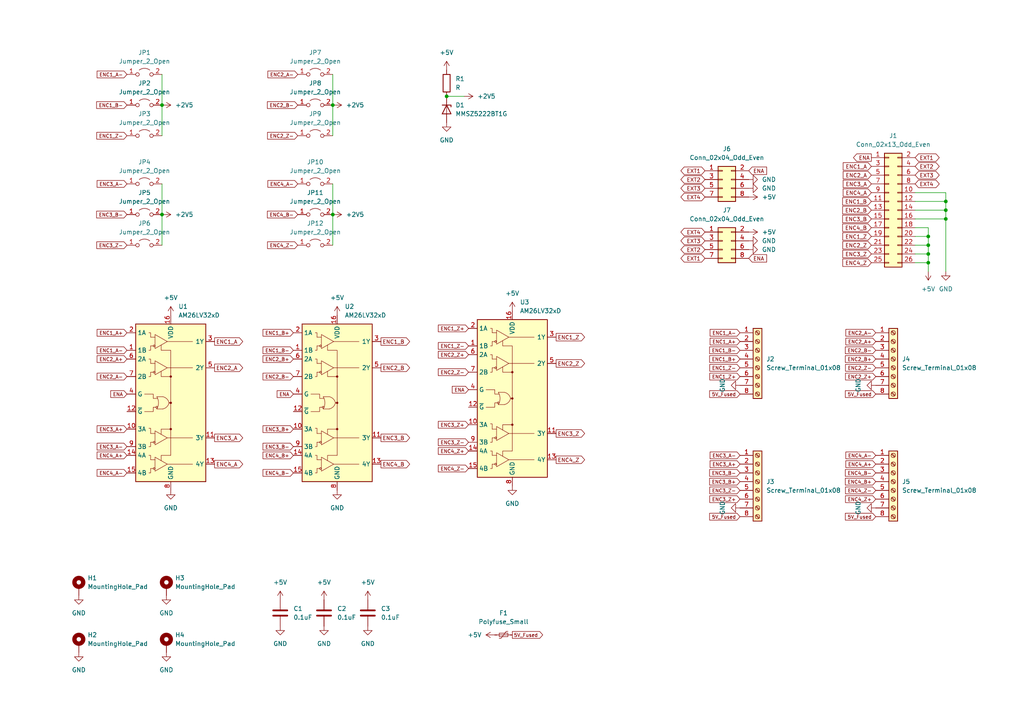
<source format=kicad_sch>
(kicad_sch (version 20230121) (generator eeschema)
  (paper "A4")
  (lib_symbols
    (symbol "Connector:Screw_Terminal_01x08" (pin_names (offset 1.016) hide)
      (property "Reference" "J" (at 0 10.16 0))
      (property "Value" "Screw_Terminal_01x08" (at 0 -12.7 0))
      (symbol "Screw_Terminal_01x08_1_1"
        (rectangle (start -1.27 8.89) (end 1.27 -11.43) (stroke (width 0.254)) (fill (type background)))
        (circle (center 0 -10.16) (radius 0.635) (stroke (width 0.1524)))
        (circle (center 0 -7.62) (radius 0.635) (stroke (width 0.1524)))
        (circle (center 0 -5.08) (radius 0.635) (stroke (width 0.1524)))
        (circle (center 0 -2.54) (radius 0.635) (stroke (width 0.1524)))
        (polyline (pts (xy -0.5334 -9.8298) (xy 0.3302 -10.668)) (stroke (width 0.1524)))
        (polyline (pts (xy -0.5334 -7.2898) (xy 0.3302 -8.128)) (stroke (width 0.1524)))
        (polyline (pts (xy -0.5334 -4.7498) (xy 0.3302 -5.588)) (stroke (width 0.1524)))
        (polyline (pts (xy -0.5334 -2.2098) (xy 0.3302 -3.048)) (stroke (width 0.1524)))
        (polyline (pts (xy -0.5334 0.3302) (xy 0.3302 -0.508)) (stroke (width 0.1524)))
        (polyline (pts (xy -0.5334 2.8702) (xy 0.3302 2.032)) (stroke (width 0.1524)))
        (polyline (pts (xy -0.5334 5.4102) (xy 0.3302 4.572)) (stroke (width 0.1524)))
        (polyline (pts (xy -0.5334 7.9502) (xy 0.3302 7.112)) (stroke (width 0.1524)))
        (polyline (pts (xy -0.3556 -9.652) (xy 0.508 -10.4902)) (stroke (width 0.1524)))
        (polyline (pts (xy -0.3556 -7.112) (xy 0.508 -7.9502)) (stroke (width 0.1524)))
        (polyline (pts (xy -0.3556 -4.572) (xy 0.508 -5.4102)) (stroke (width 0.1524)))
        (polyline (pts (xy -0.3556 -2.032) (xy 0.508 -2.8702)) (stroke (width 0.1524)))
        (polyline (pts (xy -0.3556 0.508) (xy 0.508 -0.3302)) (stroke (width 0.1524)))
        (polyline (pts (xy -0.3556 3.048) (xy 0.508 2.2098)) (stroke (width 0.1524)))
        (polyline (pts (xy -0.3556 5.588) (xy 0.508 4.7498)) (stroke (width 0.1524)))
        (polyline (pts (xy -0.3556 8.128) (xy 0.508 7.2898)) (stroke (width 0.1524)))
        (circle (center 0 0) (radius 0.635) (stroke (width 0.1524)))
        (circle (center 0 2.54) (radius 0.635) (stroke (width 0.1524)))
        (circle (center 0 5.08) (radius 0.635) (stroke (width 0.1524)))
        (circle (center 0 7.62) (radius 0.635) (stroke (width 0.1524)))
        (pin passive line (at -5.08 7.62 0) (length 3.81) (name "Pin_1") (number "1"))
        (pin passive line (at -5.08 5.08 0) (length 3.81) (name "Pin_2") (number "2"))
        (pin passive line (at -5.08 2.54 0) (length 3.81) (name "Pin_3") (number "3"))
        (pin passive line (at -5.08 0 0) (length 3.81) (name "Pin_4") (number "4"))
        (pin passive line (at -5.08 -2.54 0) (length 3.81) (name "Pin_5") (number "5"))
        (pin passive line (at -5.08 -5.08 0) (length 3.81) (name "Pin_6") (number "6"))
        (pin passive line (at -5.08 -7.62 0) (length 3.81) (name "Pin_7") (number "7"))
        (pin passive line (at -5.08 -10.16 0) (length 3.81) (name "Pin_8") (number "8"))
      )
    )
    (symbol "Connector_Generic:Conn_02x04_Odd_Even" (pin_names (offset 1.016) hide)
      (property "Reference" "J" (at 1.27 5.08 0))
      (property "Value" "Conn_02x04_Odd_Even" (at 1.27 -7.62 0))
      (symbol "Conn_02x04_Odd_Even_1_1"
        (rectangle (start -1.27 -4.953) (end 0 -5.207) (stroke (width 0.1524)))
        (rectangle (start -1.27 -2.413) (end 0 -2.667) (stroke (width 0.1524)))
        (rectangle (start -1.27 0.127) (end 0 -0.127) (stroke (width 0.1524)))
        (rectangle (start -1.27 2.667) (end 0 2.413) (stroke (width 0.1524)))
        (rectangle (start -1.27 3.81) (end 3.81 -6.35) (stroke (width 0.254)) (fill (type background)))
        (rectangle (start 3.81 -4.953) (end 2.54 -5.207) (stroke (width 0.1524)))
        (rectangle (start 3.81 -2.413) (end 2.54 -2.667) (stroke (width 0.1524)))
        (rectangle (start 3.81 0.127) (end 2.54 -0.127) (stroke (width 0.1524)))
        (rectangle (start 3.81 2.667) (end 2.54 2.413) (stroke (width 0.1524)))
        (pin passive line (at -5.08 2.54 0) (length 3.81) (name "Pin_1") (number "1"))
        (pin passive line (at 7.62 2.54 180) (length 3.81) (name "Pin_2") (number "2"))
        (pin passive line (at -5.08 0 0) (length 3.81) (name "Pin_3") (number "3"))
        (pin passive line (at 7.62 0 180) (length 3.81) (name "Pin_4") (number "4"))
        (pin passive line (at -5.08 -2.54 0) (length 3.81) (name "Pin_5") (number "5"))
        (pin passive line (at 7.62 -2.54 180) (length 3.81) (name "Pin_6") (number "6"))
        (pin passive line (at -5.08 -5.08 0) (length 3.81) (name "Pin_7") (number "7"))
        (pin passive line (at 7.62 -5.08 180) (length 3.81) (name "Pin_8") (number "8"))
      )
    )
    (symbol "Connector_Generic:Conn_02x13_Odd_Even" (pin_names (offset 1.016) hide)
      (property "Reference" "J" (at 1.27 17.78 0))
      (property "Value" "Conn_02x13_Odd_Even" (at 1.27 -17.78 0))
      (symbol "Conn_02x13_Odd_Even_1_1"
        (rectangle (start -1.27 -15.113) (end 0 -15.367) (stroke (width 0.1524)))
        (rectangle (start -1.27 -12.573) (end 0 -12.827) (stroke (width 0.1524)))
        (rectangle (start -1.27 -10.033) (end 0 -10.287) (stroke (width 0.1524)))
        (rectangle (start -1.27 -7.493) (end 0 -7.747) (stroke (width 0.1524)))
        (rectangle (start -1.27 -4.953) (end 0 -5.207) (stroke (width 0.1524)))
        (rectangle (start -1.27 -2.413) (end 0 -2.667) (stroke (width 0.1524)))
        (rectangle (start -1.27 0.127) (end 0 -0.127) (stroke (width 0.1524)))
        (rectangle (start -1.27 2.667) (end 0 2.413) (stroke (width 0.1524)))
        (rectangle (start -1.27 5.207) (end 0 4.953) (stroke (width 0.1524)))
        (rectangle (start -1.27 7.747) (end 0 7.493) (stroke (width 0.1524)))
        (rectangle (start -1.27 10.287) (end 0 10.033) (stroke (width 0.1524)))
        (rectangle (start -1.27 12.827) (end 0 12.573) (stroke (width 0.1524)))
        (rectangle (start -1.27 15.367) (end 0 15.113) (stroke (width 0.1524)))
        (rectangle (start -1.27 16.51) (end 3.81 -16.51) (stroke (width 0.254)) (fill (type background)))
        (rectangle (start 3.81 -15.113) (end 2.54 -15.367) (stroke (width 0.1524)))
        (rectangle (start 3.81 -12.573) (end 2.54 -12.827) (stroke (width 0.1524)))
        (rectangle (start 3.81 -10.033) (end 2.54 -10.287) (stroke (width 0.1524)))
        (rectangle (start 3.81 -7.493) (end 2.54 -7.747) (stroke (width 0.1524)))
        (rectangle (start 3.81 -4.953) (end 2.54 -5.207) (stroke (width 0.1524)))
        (rectangle (start 3.81 -2.413) (end 2.54 -2.667) (stroke (width 0.1524)))
        (rectangle (start 3.81 0.127) (end 2.54 -0.127) (stroke (width 0.1524)))
        (rectangle (start 3.81 2.667) (end 2.54 2.413) (stroke (width 0.1524)))
        (rectangle (start 3.81 5.207) (end 2.54 4.953) (stroke (width 0.1524)))
        (rectangle (start 3.81 7.747) (end 2.54 7.493) (stroke (width 0.1524)))
        (rectangle (start 3.81 10.287) (end 2.54 10.033) (stroke (width 0.1524)))
        (rectangle (start 3.81 12.827) (end 2.54 12.573) (stroke (width 0.1524)))
        (rectangle (start 3.81 15.367) (end 2.54 15.113) (stroke (width 0.1524)))
        (pin passive line (at -5.08 15.24 0) (length 3.81) (name "Pin_1") (number "1"))
        (pin passive line (at 7.62 5.08 180) (length 3.81) (name "Pin_10") (number "10"))
        (pin passive line (at -5.08 2.54 0) (length 3.81) (name "Pin_11") (number "11"))
        (pin passive line (at 7.62 2.54 180) (length 3.81) (name "Pin_12") (number "12"))
        (pin passive line (at -5.08 0 0) (length 3.81) (name "Pin_13") (number "13"))
        (pin passive line (at 7.62 0 180) (length 3.81) (name "Pin_14") (number "14"))
        (pin passive line (at -5.08 -2.54 0) (length 3.81) (name "Pin_15") (number "15"))
        (pin passive line (at 7.62 -2.54 180) (length 3.81) (name "Pin_16") (number "16"))
        (pin passive line (at -5.08 -5.08 0) (length 3.81) (name "Pin_17") (number "17"))
        (pin passive line (at 7.62 -5.08 180) (length 3.81) (name "Pin_18") (number "18"))
        (pin passive line (at -5.08 -7.62 0) (length 3.81) (name "Pin_19") (number "19"))
        (pin passive line (at 7.62 15.24 180) (length 3.81) (name "Pin_2") (number "2"))
        (pin passive line (at 7.62 -7.62 180) (length 3.81) (name "Pin_20") (number "20"))
        (pin passive line (at -5.08 -10.16 0) (length 3.81) (name "Pin_21") (number "21"))
        (pin passive line (at 7.62 -10.16 180) (length 3.81) (name "Pin_22") (number "22"))
        (pin passive line (at -5.08 -12.7 0) (length 3.81) (name "Pin_23") (number "23"))
        (pin passive line (at 7.62 -12.7 180) (length 3.81) (name "Pin_24") (number "24"))
        (pin passive line (at -5.08 -15.24 0) (length 3.81) (name "Pin_25") (number "25"))
        (pin passive line (at 7.62 -15.24 180) (length 3.81) (name "Pin_26") (number "26"))
        (pin passive line (at -5.08 12.7 0) (length 3.81) (name "Pin_3") (number "3"))
        (pin passive line (at 7.62 12.7 180) (length 3.81) (name "Pin_4") (number "4"))
        (pin passive line (at -5.08 10.16 0) (length 3.81) (name "Pin_5") (number "5"))
        (pin passive line (at 7.62 10.16 180) (length 3.81) (name "Pin_6") (number "6"))
        (pin passive line (at -5.08 7.62 0) (length 3.81) (name "Pin_7") (number "7"))
        (pin passive line (at 7.62 7.62 180) (length 3.81) (name "Pin_8") (number "8"))
        (pin passive line (at -5.08 5.08 0) (length 3.81) (name "Pin_9") (number "9"))
      )
    )
    (symbol "Device:C" (pin_numbers hide) (pin_names (offset 0.254))
      (property "Reference" "C" (at 0.635 2.54 0))
      (property "Value" "C" (at 0.635 -2.54 0))
      (symbol "C_0_1"
        (polyline (pts (xy -2.032 -0.762) (xy 2.032 -0.762)) (stroke (width 0.508)))
        (polyline (pts (xy -2.032 0.762) (xy 2.032 0.762)) (stroke (width 0.508)))
      )
      (symbol "C_1_1"
        (pin passive line (at 0 3.81 270) (length 2.794) (name "~") (number "1"))
        (pin passive line (at 0 -3.81 90) (length 2.794) (name "~") (number "2"))
      )
    )
    (symbol "Device:D_Zener" (pin_numbers hide) (pin_names (offset 1.016) hide)
      (property "Reference" "D" (at 0 2.54 0))
      (property "Value" "D_Zener" (at 0 -2.54 0))
      (symbol "D_Zener_0_1"
        (polyline (pts (xy 1.27 0) (xy -1.27 0)))
        (polyline (pts (xy -1.27 -1.27) (xy -1.27 1.27) (xy -0.762 1.27)) (stroke (width 0.254)))
        (polyline (pts (xy 1.27 -1.27) (xy 1.27 1.27) (xy -1.27 0) (xy 1.27 -1.27)) (stroke (width 0.254)))
      )
      (symbol "D_Zener_1_1"
        (pin passive line (at -3.81 0 0) (length 2.54) (name "K") (number "1"))
        (pin passive line (at 3.81 0 180) (length 2.54) (name "A") (number "2"))
      )
    )
    (symbol "Device:Polyfuse_Small" (pin_numbers hide) (pin_names (offset 0))
      (property "Reference" "F" (at -1.905 0 90))
      (property "Value" "Polyfuse_Small" (at 1.905 0 90))
      (symbol "Polyfuse_Small_0_1"
        (rectangle (start -0.508 1.27) (end 0.508 -1.27))
        (polyline (pts (xy 0 2.54) (xy 0 -2.54)))
        (polyline (pts (xy -1.016 1.27) (xy -1.016 0.762) (xy 1.016 -0.762) (xy 1.016 -1.27)))
      )
      (symbol "Polyfuse_Small_1_1"
        (pin passive line (at 0 2.54 270) (length 0.635) (name "~") (number "1"))
        (pin passive line (at 0 -2.54 90) (length 0.635) (name "~") (number "2"))
      )
    )
    (symbol "Device:R" (pin_numbers hide) (pin_names (offset 0))
      (property "Reference" "R" (at 2.032 0 90))
      (property "Value" "R" (at 0 0 90))
      (symbol "R_0_1"
        (rectangle (start -1.016 -2.54) (end 1.016 2.54) (stroke (width 0.254)))
      )
      (symbol "R_1_1"
        (pin passive line (at 0 3.81 270) (length 1.27) (name "~") (number "1"))
        (pin passive line (at 0 -3.81 90) (length 1.27) (name "~") (number "2"))
      )
    )
    (symbol "Interface:AM26LV32xD"
      (property "Reference" "U" (at -8.89 24.13 0))
      (property "Value" "AM26LV32xD" (at 10.16 24.13 0))
      (symbol "AM26LV32xD_0_1"
        (rectangle (start -10.16 22.86) (end 10.16 -22.86) (stroke (width 0.254)) (fill (type background)))
        (circle (center -4.826 16.51) (radius 0.254))
        (arc (start -4.064 -1.778) (mid -3.5541 0) (end -4.064 1.778) (stroke (width 0.127)))
        (circle (center -4.064 -1.27) (radius 0.254))
        (arc (start -2.286 -1.778) (mid -1.1381 -1.1479) (end -0.508 0) (stroke (width 0.127)))
        (arc (start -0.508 0) (mid -1.1381 1.1479) (end -2.286 1.778) (stroke (width 0.127)))
        (circle (center 0 -7.62) (radius 0.254) (fill (type outline)))
        (polyline (pts (xy -5.842 16.51) (xy -5.08 16.51)) (stroke (width 0.127)))
        (polyline (pts (xy -5.842 19.05) (xy -4.572 19.05)) (stroke (width 0.127)))
        (polyline (pts (xy -4.064 -1.778) (xy -2.286 -1.778)) (stroke (width 0.127)))
        (polyline (pts (xy -2.286 1.778) (xy -4.064 1.778)) (stroke (width 0.127)))
        (polyline (pts (xy -1.016 -17.78) (xy 6.35 -17.78)) (stroke (width 0.127)))
        (polyline (pts (xy -1.016 -10.16) (xy 6.35 -10.16)) (stroke (width 0.127)))
        (polyline (pts (xy -1.016 10.16) (xy 6.35 10.16)) (stroke (width 0.127)))
        (polyline (pts (xy -1.016 17.78) (xy 6.35 17.78)) (stroke (width 0.127)))
        (polyline (pts (xy -0.508 0) (xy 0 0)))
        (polyline (pts (xy 0 0) (xy 0 -15.24)) (stroke (width 0.127)))
        (polyline (pts (xy 0 7.62) (xy 0 0)) (stroke (width 0.127)))
        (polyline (pts (xy -5.842 -19.05) (xy -5.842 -20.32) (xy -6.35 -20.32)) (stroke (width 0.127)))
        (polyline (pts (xy -5.842 -16.51) (xy -5.842 -15.24) (xy -6.35 -15.24)) (stroke (width 0.127)))
        (polyline (pts (xy -5.842 -11.43) (xy -5.842 -12.7) (xy -6.35 -12.7)) (stroke (width 0.127)))
        (polyline (pts (xy -5.842 -8.89) (xy -5.842 -7.366) (xy -6.35 -7.366)) (stroke (width 0.127)))
        (polyline (pts (xy -5.842 8.89) (xy -5.842 7.62) (xy -6.35 7.62)) (stroke (width 0.127)))
        (polyline (pts (xy -5.842 11.43) (xy -5.842 12.7) (xy -6.35 12.7)) (stroke (width 0.127)))
        (polyline (pts (xy -5.842 19.05) (xy -5.842 20.32) (xy -6.35 20.32)) (stroke (width 0.127)))
        (polyline (pts (xy 0 -15.24) (xy -2.794 -15.24) (xy -2.794 -16.764)) (stroke (width 0.127)))
        (polyline (pts (xy 0 -7.62) (xy -2.794 -7.62) (xy -2.794 -9.144)) (stroke (width 0.127)))
        (polyline (pts (xy 0 7.62) (xy -2.794 7.62) (xy -2.794 9.144)) (stroke (width 0.127)))
        (polyline (pts (xy -7.62 2.54) (xy -5.08 2.54) (xy -5.08 1.27) (xy -3.81 1.27)) (stroke (width 0.127)))
        (polyline (pts (xy -5.842 16.51) (xy -5.842 15.24) (xy -6.096 15.24) (xy -6.35 15.24)) (stroke (width 0.127)))
        (polyline (pts (xy -4.572 19.812) (xy -4.572 15.748) (xy -1.016 17.78) (xy -4.572 19.812)) (stroke (width 0.127)))
        (polyline (pts (xy -4.318 -1.27) (xy -5.08 -1.27) (xy -5.08 -2.54) (xy -7.62 -2.54)) (stroke (width 0.127)))
        (polyline (pts (xy 0 7.62) (xy 0 15.24) (xy -2.794 15.24) (xy -2.794 16.764)) (stroke (width 0.127)))
        (circle (center 0 0) (radius 0.254) (fill (type outline)))
        (circle (center 0 7.62) (radius 0.254) (fill (type outline)))
      )
      (symbol "AM26LV32xD_1_1"
        (circle (center -4.826 -19.05) (radius 0.254))
        (circle (center -4.826 -11.43) (radius 0.254))
        (circle (center -4.826 8.89) (radius 0.254))
        (polyline (pts (xy -5.842 -19.05) (xy -5.08 -19.05)) (stroke (width 0.127)))
        (polyline (pts (xy -5.842 -16.51) (xy -4.572 -16.51)) (stroke (width 0.127)))
        (polyline (pts (xy -5.842 -11.43) (xy -5.08 -11.43)) (stroke (width 0.127)))
        (polyline (pts (xy -5.842 -8.89) (xy -4.572 -8.89)) (stroke (width 0.127)))
        (polyline (pts (xy -5.842 8.89) (xy -5.08 8.89)) (stroke (width 0.127)))
        (polyline (pts (xy -5.842 11.43) (xy -4.572 11.43)) (stroke (width 0.127)))
        (polyline (pts (xy -4.572 -15.748) (xy -4.572 -19.812) (xy -1.016 -17.78) (xy -4.572 -15.748)) (stroke (width 0.127)))
        (polyline (pts (xy -4.572 -8.128) (xy -4.572 -12.192) (xy -1.016 -10.16) (xy -4.572 -8.128)) (stroke (width 0.127)))
        (polyline (pts (xy -4.572 12.192) (xy -4.572 8.128) (xy -1.016 10.16) (xy -4.572 12.192)) (stroke (width 0.127)))
        (pin input line (at -12.7 15.24 0) (length 2.54) (name "1B") (number "1"))
        (pin input line (at -12.7 -7.62 0) (length 2.54) (name "3A") (number "10"))
        (pin tri_state line (at 12.7 -10.16 180) (length 2.54) (name "3Y") (number "11"))
        (pin input line (at -12.7 -2.54 0) (length 2.54) (name "~{G}") (number "12"))
        (pin tri_state line (at 12.7 -17.78 180) (length 2.54) (name "4Y") (number "13"))
        (pin input line (at -12.7 -15.24 0) (length 2.54) (name "4A") (number "14"))
        (pin input line (at -12.7 -20.32 0) (length 2.54) (name "4B") (number "15"))
        (pin power_in line (at 0 25.4 270) (length 2.54) (name "VDD") (number "16"))
        (pin input line (at -12.7 20.32 0) (length 2.54) (name "1A") (number "2"))
        (pin tri_state line (at 12.7 17.78 180) (length 2.54) (name "1Y") (number "3"))
        (pin input line (at -12.7 2.54 0) (length 2.54) (name "G") (number "4"))
        (pin tri_state line (at 12.7 10.16 180) (length 2.54) (name "2Y") (number "5"))
        (pin input line (at -12.7 12.7 0) (length 2.54) (name "2A") (number "6"))
        (pin input line (at -12.7 7.62 0) (length 2.54) (name "2B") (number "7"))
        (pin power_in line (at 0 -25.4 90) (length 2.54) (name "GND") (number "8"))
        (pin input line (at -12.7 -12.7 0) (length 2.54) (name "3B") (number "9"))
      )
    )
    (symbol "Jumper:Jumper_2_Open" (pin_names (offset 0) hide)
      (property "Reference" "JP" (at 0 2.794 0))
      (property "Value" "Jumper_2_Open" (at 0 -2.286 0))
      (symbol "Jumper_2_Open_0_0"
        (circle (center -2.032 0) (radius 0.508))
        (circle (center 2.032 0) (radius 0.508))
      )
      (symbol "Jumper_2_Open_0_1"
        (arc (start 1.524 1.27) (mid 0 1.778) (end -1.524 1.27))
      )
      (symbol "Jumper_2_Open_1_1"
        (pin passive line (at -5.08 0 0) (length 2.54) (name "A") (number "1"))
        (pin passive line (at 5.08 0 180) (length 2.54) (name "B") (number "2"))
      )
    )
    (symbol "Mechanical:MountingHole_Pad" (pin_numbers hide) (pin_names (offset 1.016) hide)
      (property "Reference" "H" (at 0 6.35 0))
      (property "Value" "MountingHole_Pad" (at 0 4.445 0))
      (symbol "MountingHole_Pad_0_1"
        (circle (center 0 1.27) (radius 1.27) (stroke (width 1.27)))
      )
      (symbol "MountingHole_Pad_1_1"
        (pin input line (at 0 -2.54 90) (length 2.54) (name "1") (number "1"))
      )
    )
    (symbol "power:+2V5" (power) (pin_names (offset 0))
      (property "Value" "+2V5" (at 0 3.556 0))
      (symbol "+2V5_0_1"
        (polyline (pts (xy -0.762 1.27) (xy 0 2.54)))
        (polyline (pts (xy 0 0) (xy 0 2.54)))
        (polyline (pts (xy 0 2.54) (xy 0.762 1.27)))
      )
      (symbol "+2V5_1_1"
        (pin power_in line (at 0 0 90) (length 0) hide (name "+2V5") (number "1"))
      )
    )
    (symbol "power:+5V" (power) (pin_names (offset 0))
      (property "Value" "+5V" (at 0 3.556 0))
      (symbol "+5V_0_1"
        (polyline (pts (xy -0.762 1.27) (xy 0 2.54)))
        (polyline (pts (xy 0 0) (xy 0 2.54)))
        (polyline (pts (xy 0 2.54) (xy 0.762 1.27)))
      )
      (symbol "+5V_1_1"
        (pin power_in line (at 0 0 90) (length 0) hide (name "+5V") (number "1"))
      )
    )
    (symbol "power:GND" (power) (pin_names (offset 0))
      (property "Value" "GND" (at 0 -3.81 0))
      (symbol "GND_0_1"
        (polyline (pts (xy 0 0) (xy 0 -1.27) (xy 1.27 -1.27) (xy 0 -2.54) (xy -1.27 -1.27) (xy 0 -1.27)))
      )
      (symbol "GND_1_1"
        (pin power_in line (at 0 0 270) (length 0) hide (name "GND") (number "1"))
      )
    )
  )
  (junction (at 96.52 62.23))
  (junction (at 269.24 73.66))
  (junction (at 269.24 71.12))
  (junction (at 96.52 30.48))
  (junction (at 269.24 68.58))
  (junction (at 129.54 27.94))
  (junction (at 274.32 63.5))
  (junction (at 274.32 58.42))
  (junction (at 274.32 60.96))
  (junction (at 46.99 62.23))
  (junction (at 46.99 30.48))
  (junction (at 269.24 76.2))
  (wire (pts (xy 265.43 58.42) (xy 274.32 58.42)))
  (wire (pts (xy 265.43 68.58) (xy 269.24 68.58)))
  (wire (pts (xy 96.52 30.48) (xy 96.52 39.37)))
  (wire (pts (xy 265.43 55.88) (xy 274.32 55.88)))
  (wire (pts (xy 274.32 60.96) (xy 274.32 63.5)))
  (wire (pts (xy 274.32 55.88) (xy 274.32 58.42)))
  (wire (pts (xy 269.24 71.12) (xy 269.24 73.66)))
  (wire (pts (xy 265.43 76.2) (xy 269.24 76.2)))
  (wire (pts (xy 269.24 73.66) (xy 269.24 76.2)))
  (wire (pts (xy 46.99 21.59) (xy 46.99 30.48)))
  (wire (pts (xy 129.54 27.94) (xy 134.62 27.94)))
  (wire (pts (xy 269.24 66.04) (xy 269.24 68.58)))
  (wire (pts (xy 46.99 62.23) (xy 46.99 71.12)))
  (wire (pts (xy 274.32 58.42) (xy 274.32 60.96)))
  (wire (pts (xy 96.52 21.59) (xy 96.52 30.48)))
  (wire (pts (xy 265.43 71.12) (xy 269.24 71.12)))
  (wire (pts (xy 46.99 53.34) (xy 46.99 62.23)))
  (wire (pts (xy 265.43 63.5) (xy 274.32 63.5)))
  (wire (pts (xy 96.52 62.23) (xy 96.52 71.12)))
  (wire (pts (xy 265.43 73.66) (xy 269.24 73.66)))
  (wire (pts (xy 96.52 53.34) (xy 96.52 62.23)))
  (wire (pts (xy 265.43 66.04) (xy 269.24 66.04)))
  (wire (pts (xy 265.43 60.96) (xy 274.32 60.96)))
  (wire (pts (xy 269.24 76.2) (xy 269.24 78.74)))
  (wire (pts (xy 46.99 30.48) (xy 46.99 39.37)))
  (wire (pts (xy 274.32 63.5) (xy 274.32 78.74)))
  (wire (pts (xy 269.24 68.58) (xy 269.24 71.12)))
  (global_label "ENC2_A+" (shape input) (at 254 99.06 180) (effects (font (size 1 1))) (property "Intersheetrefs" "${INTERSHEET_REFS}" (effects hide)))
  (global_label "ENC3_Z+" (shape input) (at 135.89 123.19 180) (effects (font (size 1 1))) (property "Intersheetrefs" "${INTERSHEET_REFS}" (effects hide)))
  (global_label "ENC2_B" (shape output) (at 110.49 106.68 0) (effects (font (size 1.1 1.1))) (property "Intersheetrefs" "${INTERSHEET_REFS}" (effects hide)))
  (global_label "ENC3_A-" (shape input) (at 214.63 132.08 180) (effects (font (size 1 1))) (property "Intersheetrefs" "${INTERSHEET_REFS}" (effects hide)))
  (global_label "5V_Fused" (shape input) (at 214.63 114.3 180) (effects (font (size 1 1))) (property "Intersheetrefs" "${INTERSHEET_REFS}" (effects hide)))
  (global_label "ENC1_Z" (shape input) (at 252.73 68.58 180) (effects (font (size 1.1 1.1))) (property "Intersheetrefs" "${INTERSHEET_REFS}" (effects hide)))
  (global_label "ENC3_B" (shape input) (at 252.73 63.5 180) (effects (font (size 1.1 1.1))) (property "Intersheetrefs" "${INTERSHEET_REFS}" (effects hide)))
  (global_label "ENC4_B+" (shape input) (at 254 139.7 180) (effects (font (size 1 1))) (property "Intersheetrefs" "${INTERSHEET_REFS}" (effects hide)))
  (global_label "ENC2_Z" (shape input) (at 252.73 71.12 180) (effects (font (size 1.1 1.1))) (property "Intersheetrefs" "${INTERSHEET_REFS}" (effects hide)))
  (global_label "ENC2_B-" (shape input) (at 86.36 30.48 180) (effects (font (size 1 1))) (property "Intersheetrefs" "${INTERSHEET_REFS}" (effects hide)))
  (global_label "ENC2_Z" (shape output) (at 161.29 105.41 0) (effects (font (size 1.1 1.1))) (property "Intersheetrefs" "${INTERSHEET_REFS}" (effects hide)))
  (global_label "ENC1_B" (shape output) (at 110.49 99.06 0) (effects (font (size 1.1 1.1))) (property "Intersheetrefs" "${INTERSHEET_REFS}" (effects hide)))
  (global_label "ENC4_Z" (shape output) (at 161.29 133.35 0) (effects (font (size 1.1 1.1))) (property "Intersheetrefs" "${INTERSHEET_REFS}" (effects hide)))
  (global_label "ENC4_Z+" (shape input) (at 254 144.78 180) (effects (font (size 1 1))) (property "Intersheetrefs" "${INTERSHEET_REFS}" (effects hide)))
  (global_label "ENA" (shape input) (at 217.17 74.93 0) (effects (font (size 1.1 1.1))) (property "Intersheetrefs" "${INTERSHEET_REFS}" (effects hide)))
  (global_label "ENC3_A" (shape input) (at 252.73 53.34 180) (effects (font (size 1.1 1.1))) (property "Intersheetrefs" "${INTERSHEET_REFS}" (effects hide)))
  (global_label "ENC4_B+" (shape input) (at 85.09 132.08 180) (effects (font (size 1 1))) (property "Intersheetrefs" "${INTERSHEET_REFS}" (effects hide)))
  (global_label "ENC1_B-" (shape input) (at 214.63 101.6 180) (effects (font (size 1 1))) (property "Intersheetrefs" "${INTERSHEET_REFS}" (effects hide)))
  (global_label "ENC3_A+" (shape input) (at 36.83 124.46 180) (effects (font (size 1 1))) (property "Intersheetrefs" "${INTERSHEET_REFS}" (effects hide)))
  (global_label "ENC3_A-" (shape input) (at 36.83 129.54 180) (effects (font (size 1 1))) (property "Intersheetrefs" "${INTERSHEET_REFS}" (effects hide)))
  (global_label "ENC1_B+" (shape input) (at 85.09 96.52 180) (effects (font (size 1 1))) (property "Intersheetrefs" "${INTERSHEET_REFS}" (effects hide)))
  (global_label "ENC4_B" (shape output) (at 110.49 134.62 0) (effects (font (size 1.1 1.1))) (property "Intersheetrefs" "${INTERSHEET_REFS}" (effects hide)))
  (global_label "ENC1_A-" (shape input) (at 36.83 21.59 180) (effects (font (size 1 1))) (property "Intersheetrefs" "${INTERSHEET_REFS}" (effects hide)))
  (global_label "ENC4_B-" (shape input) (at 254 137.16 180) (effects (font (size 1 1))) (property "Intersheetrefs" "${INTERSHEET_REFS}" (effects hide)))
  (global_label "ENC3_B" (shape output) (at 110.49 127 0) (effects (font (size 1.1 1.1))) (property "Intersheetrefs" "${INTERSHEET_REFS}" (effects hide)))
  (global_label "ENC4_Z-" (shape input) (at 86.36 71.12 180) (effects (font (size 1 1))) (property "Intersheetrefs" "${INTERSHEET_REFS}" (effects hide)))
  (global_label "EXT1" (shape bidirectional) (at 204.47 74.93 180) (effects (font (size 1.1 1.1))) (property "Intersheetrefs" "${INTERSHEET_REFS}" (effects hide)))
  (global_label "ENC2_B+" (shape input) (at 85.09 104.14 180) (effects (font (size 1 1))) (property "Intersheetrefs" "${INTERSHEET_REFS}" (effects hide)))
  (global_label "ENA" (shape input) (at 36.83 114.3 180) (effects (font (size 1 1))) (property "Intersheetrefs" "${INTERSHEET_REFS}" (effects hide)))
  (global_label "ENC3_B-" (shape input) (at 85.09 129.54 180) (effects (font (size 1 1))) (property "Intersheetrefs" "${INTERSHEET_REFS}" (effects hide)))
  (global_label "ENA" (shape input) (at 135.89 113.03 180) (effects (font (size 1 1))) (property "Intersheetrefs" "${INTERSHEET_REFS}" (effects hide)))
  (global_label "ENC1_A-" (shape input) (at 36.83 101.6 180) (effects (font (size 1 1))) (property "Intersheetrefs" "${INTERSHEET_REFS}" (effects hide)))
  (global_label "EXT1" (shape bidirectional) (at 204.47 49.53 180) (effects (font (size 1.1 1.1))) (property "Intersheetrefs" "${INTERSHEET_REFS}" (effects hide)))
  (global_label "ENC2_B-" (shape input) (at 85.09 109.22 180) (effects (font (size 1 1))) (property "Intersheetrefs" "${INTERSHEET_REFS}" (effects hide)))
  (global_label "ENC1_Z" (shape output) (at 161.29 97.79 0) (effects (font (size 1.1 1.1))) (property "Intersheetrefs" "${INTERSHEET_REFS}" (effects hide)))
  (global_label "ENC3_B-" (shape input) (at 214.63 137.16 180) (effects (font (size 1 1))) (property "Intersheetrefs" "${INTERSHEET_REFS}" (effects hide)))
  (global_label "ENC4_Z+" (shape input) (at 135.89 130.81 180) (effects (font (size 1 1))) (property "Intersheetrefs" "${INTERSHEET_REFS}" (effects hide)))
  (global_label "ENC2_A-" (shape input) (at 36.83 109.22 180) (effects (font (size 1 1))) (property "Intersheetrefs" "${INTERSHEET_REFS}" (effects hide)))
  (global_label "ENC3_Z-" (shape input) (at 214.63 142.24 180) (effects (font (size 1 1))) (property "Intersheetrefs" "${INTERSHEET_REFS}" (effects hide)))
  (global_label "ENC1_Z-" (shape input) (at 214.63 106.68 180) (effects (font (size 1 1))) (property "Intersheetrefs" "${INTERSHEET_REFS}" (effects hide)))
  (global_label "ENC1_B-" (shape input) (at 85.09 101.6 180) (effects (font (size 1 1))) (property "Intersheetrefs" "${INTERSHEET_REFS}" (effects hide)))
  (global_label "ENC1_Z-" (shape input) (at 135.89 100.33 180) (effects (font (size 1 1))) (property "Intersheetrefs" "${INTERSHEET_REFS}" (effects hide)))
  (global_label "5V_Fused" (shape output) (at 148.59 184.15 0) (effects (font (size 1 1))) (property "Intersheetrefs" "${INTERSHEET_REFS}" (effects hide)))
  (global_label "ENC4_A+" (shape input) (at 36.83 132.08 180) (effects (font (size 1 1))) (property "Intersheetrefs" "${INTERSHEET_REFS}" (effects hide)))
  (global_label "ENA" (shape output) (at 252.73 45.72 180) (effects (font (size 1.1 1.1))) (property "Intersheetrefs" "${INTERSHEET_REFS}" (effects hide)))
  (global_label "EXT2" (shape bidirectional) (at 265.43 48.26 0) (effects (font (size 1.1 1.1))) (property "Intersheetrefs" "${INTERSHEET_REFS}" (effects hide)))
  (global_label "ENC3_A" (shape output) (at 62.23 127 0) (effects (font (size 1.1 1.1))) (property "Intersheetrefs" "${INTERSHEET_REFS}" (effects hide)))
  (global_label "EXT3" (shape bidirectional) (at 265.43 50.8 0) (effects (font (size 1.1 1.1))) (property "Intersheetrefs" "${INTERSHEET_REFS}" (effects hide)))
  (global_label "EXT2" (shape bidirectional) (at 204.47 52.07 180) (effects (font (size 1.1 1.1))) (property "Intersheetrefs" "${INTERSHEET_REFS}" (effects hide)))
  (global_label "5V_Fused" (shape input) (at 254 114.3 180) (effects (font (size 1 1))) (property "Intersheetrefs" "${INTERSHEET_REFS}" (effects hide)))
  (global_label "EXT2" (shape bidirectional) (at 204.47 72.39 180) (effects (font (size 1.1 1.1))) (property "Intersheetrefs" "${INTERSHEET_REFS}" (effects hide)))
  (global_label "ENC3_B+" (shape input) (at 85.09 124.46 180) (effects (font (size 1 1))) (property "Intersheetrefs" "${INTERSHEET_REFS}" (effects hide)))
  (global_label "EXT3" (shape bidirectional) (at 204.47 69.85 180) (effects (font (size 1.1 1.1))) (property "Intersheetrefs" "${INTERSHEET_REFS}" (effects hide)))
  (global_label "ENC4_A+" (shape input) (at 254 134.62 180) (effects (font (size 1 1))) (property "Intersheetrefs" "${INTERSHEET_REFS}" (effects hide)))
  (global_label "ENC4_A-" (shape input) (at 86.36 53.34 180) (effects (font (size 1 1))) (property "Intersheetrefs" "${INTERSHEET_REFS}" (effects hide)))
  (global_label "ENC1_A+" (shape input) (at 36.83 96.52 180) (effects (font (size 1 1))) (property "Intersheetrefs" "${INTERSHEET_REFS}" (effects hide)))
  (global_label "ENC4_Z-" (shape input) (at 254 142.24 180) (effects (font (size 1 1))) (property "Intersheetrefs" "${INTERSHEET_REFS}" (effects hide)))
  (global_label "ENC3_B+" (shape input) (at 214.63 139.7 180) (effects (font (size 1 1))) (property "Intersheetrefs" "${INTERSHEET_REFS}" (effects hide)))
  (global_label "ENC2_Z+" (shape input) (at 135.89 102.87 180) (effects (font (size 1 1))) (property "Intersheetrefs" "${INTERSHEET_REFS}" (effects hide)))
  (global_label "EXT1" (shape bidirectional) (at 265.43 45.72 0) (effects (font (size 1.1 1.1))) (property "Intersheetrefs" "${INTERSHEET_REFS}" (effects hide)))
  (global_label "EXT3" (shape bidirectional) (at 204.47 54.61 180) (effects (font (size 1.1 1.1))) (property "Intersheetrefs" "${INTERSHEET_REFS}" (effects hide)))
  (global_label "ENC2_Z-" (shape input) (at 135.89 107.95 180) (effects (font (size 1 1))) (property "Intersheetrefs" "${INTERSHEET_REFS}" (effects hide)))
  (global_label "ENC4_A-" (shape input) (at 36.83 137.16 180) (effects (font (size 1 1))) (property "Intersheetrefs" "${INTERSHEET_REFS}" (effects hide)))
  (global_label "ENC3_A+" (shape input) (at 214.63 134.62 180) (effects (font (size 1 1))) (property "Intersheetrefs" "${INTERSHEET_REFS}" (effects hide)))
  (global_label "ENC1_A" (shape input) (at 252.73 48.26 180) (effects (font (size 1.1 1.1))) (property "Intersheetrefs" "${INTERSHEET_REFS}" (effects hide)))
  (global_label "5V_Fused" (shape input) (at 214.63 149.86 180) (effects (font (size 1 1))) (property "Intersheetrefs" "${INTERSHEET_REFS}" (effects hide)))
  (global_label "ENC2_A" (shape input) (at 252.73 50.8 180) (effects (font (size 1.1 1.1))) (property "Intersheetrefs" "${INTERSHEET_REFS}" (effects hide)))
  (global_label "ENC2_Z+" (shape input) (at 254 109.22 180) (effects (font (size 1 1))) (property "Intersheetrefs" "${INTERSHEET_REFS}" (effects hide)))
  (global_label "EXT4" (shape bidirectional) (at 204.47 57.15 180) (effects (font (size 1.1 1.1))) (property "Intersheetrefs" "${INTERSHEET_REFS}" (effects hide)))
  (global_label "ENC4_Z" (shape input) (at 252.73 76.2 180) (effects (font (size 1.1 1.1))) (property "Intersheetrefs" "${INTERSHEET_REFS}" (effects hide)))
  (global_label "ENC3_Z" (shape output) (at 161.29 125.73 0) (effects (font (size 1.1 1.1))) (property "Intersheetrefs" "${INTERSHEET_REFS}" (effects hide)))
  (global_label "ENC2_B" (shape input) (at 252.73 60.96 180) (effects (font (size 1.1 1.1))) (property "Intersheetrefs" "${INTERSHEET_REFS}" (effects hide)))
  (global_label "ENC4_B-" (shape input) (at 85.09 137.16 180) (effects (font (size 1 1))) (property "Intersheetrefs" "${INTERSHEET_REFS}" (effects hide)))
  (global_label "ENC3_Z-" (shape input) (at 36.83 71.12 180) (effects (font (size 1 1))) (property "Intersheetrefs" "${INTERSHEET_REFS}" (effects hide)))
  (global_label "ENA" (shape input) (at 217.17 49.53 0) (effects (font (size 1.1 1.1))) (property "Intersheetrefs" "${INTERSHEET_REFS}" (effects hide)))
  (global_label "ENC4_A" (shape input) (at 252.73 55.88 180) (effects (font (size 1.1 1.1))) (property "Intersheetrefs" "${INTERSHEET_REFS}" (effects hide)))
  (global_label "ENC4_B-" (shape input) (at 86.36 62.23 180) (effects (font (size 1 1))) (property "Intersheetrefs" "${INTERSHEET_REFS}" (effects hide)))
  (global_label "ENC2_A" (shape output) (at 62.23 106.68 0) (effects (font (size 1.1 1.1))) (property "Intersheetrefs" "${INTERSHEET_REFS}" (effects hide)))
  (global_label "ENC4_A-" (shape input) (at 254 132.08 180) (effects (font (size 1 1))) (property "Intersheetrefs" "${INTERSHEET_REFS}" (effects hide)))
  (global_label "ENC3_A-" (shape input) (at 36.83 53.34 180) (effects (font (size 1 1))) (property "Intersheetrefs" "${INTERSHEET_REFS}" (effects hide)))
  (global_label "EXT4" (shape bidirectional) (at 265.43 53.34 0) (effects (font (size 1.1 1.1))) (property "Intersheetrefs" "${INTERSHEET_REFS}" (effects hide)))
  (global_label "ENC2_Z-" (shape input) (at 254 106.68 180) (effects (font (size 1 1))) (property "Intersheetrefs" "${INTERSHEET_REFS}" (effects hide)))
  (global_label "EXT4" (shape bidirectional) (at 204.47 67.31 180) (effects (font (size 1.1 1.1))) (property "Intersheetrefs" "${INTERSHEET_REFS}" (effects hide)))
  (global_label "ENC1_A+" (shape input) (at 214.63 99.06 180) (effects (font (size 1 1))) (property "Intersheetrefs" "${INTERSHEET_REFS}" (effects hide)))
  (global_label "ENC1_A" (shape output) (at 62.23 99.06 0) (effects (font (size 1.1 1.1))) (property "Intersheetrefs" "${INTERSHEET_REFS}" (effects hide)))
  (global_label "ENC2_B-" (shape input) (at 254 101.6 180) (effects (font (size 1 1))) (property "Intersheetrefs" "${INTERSHEET_REFS}" (effects hide)))
  (global_label "5V_Fused" (shape input) (at 254 149.86 180) (effects (font (size 1 1))) (property "Intersheetrefs" "${INTERSHEET_REFS}" (effects hide)))
  (global_label "ENC3_Z" (shape input) (at 252.73 73.66 180) (effects (font (size 1.1 1.1))) (property "Intersheetrefs" "${INTERSHEET_REFS}" (effects hide)))
  (global_label "ENC3_Z+" (shape input) (at 214.63 144.78 180) (effects (font (size 1 1))) (property "Intersheetrefs" "${INTERSHEET_REFS}" (effects hide)))
  (global_label "ENC2_Z-" (shape input) (at 86.36 39.37 180) (effects (font (size 1 1))) (property "Intersheetrefs" "${INTERSHEET_REFS}" (effects hide)))
  (global_label "ENC1_B-" (shape input) (at 36.83 30.48 180) (effects (font (size 1 1))) (property "Intersheetrefs" "${INTERSHEET_REFS}" (effects hide)))
  (global_label "ENA" (shape input) (at 85.09 114.3 180) (effects (font (size 1 1))) (property "Intersheetrefs" "${INTERSHEET_REFS}" (effects hide)))
  (global_label "ENC1_B" (shape input) (at 252.73 58.42 180) (effects (font (size 1.1 1.1))) (property "Intersheetrefs" "${INTERSHEET_REFS}" (effects hide)))
  (global_label "ENC3_Z-" (shape input) (at 135.89 128.27 180) (effects (font (size 1 1))) (property "Intersheetrefs" "${INTERSHEET_REFS}" (effects hide)))
  (global_label "ENC2_A-" (shape input) (at 254 96.52 180) (effects (font (size 1 1))) (property "Intersheetrefs" "${INTERSHEET_REFS}" (effects hide)))
  (global_label "ENC1_Z-" (shape input) (at 36.83 39.37 180) (effects (font (size 1 1))) (property "Intersheetrefs" "${INTERSHEET_REFS}" (effects hide)))
  (global_label "ENC4_Z-" (shape input) (at 135.89 135.89 180) (effects (font (size 1 1))) (property "Intersheetrefs" "${INTERSHEET_REFS}" (effects hide)))
  (global_label "ENC4_B" (shape input) (at 252.73 66.04 180) (effects (font (size 1.1 1.1))) (property "Intersheetrefs" "${INTERSHEET_REFS}" (effects hide)))
  (global_label "ENC1_Z+" (shape input) (at 135.89 95.25 180) (effects (font (size 1 1))) (property "Intersheetrefs" "${INTERSHEET_REFS}" (effects hide)))
  (global_label "ENC1_A-" (shape input) (at 214.63 96.52 180) (effects (font (size 1 1))) (property "Intersheetrefs" "${INTERSHEET_REFS}" (effects hide)))
  (global_label "ENC1_Z+" (shape input) (at 214.63 109.22 180) (effects (font (size 1 1))) (property "Intersheetrefs" "${INTERSHEET_REFS}" (effects hide)))
  (global_label "ENC3_B-" (shape input) (at 36.83 62.23 180) (effects (font (size 1 1))) (property "Intersheetrefs" "${INTERSHEET_REFS}" (effects hide)))
  (global_label "ENC4_A" (shape output) (at 62.23 134.62 0) (effects (font (size 1.1 1.1))) (property "Intersheetrefs" "${INTERSHEET_REFS}" (effects hide)))
  (global_label "ENC2_B+" (shape input) (at 254 104.14 180) (effects (font (size 1 1))) (property "Intersheetrefs" "${INTERSHEET_REFS}" (effects hide)))
  (global_label "ENC2_A-" (shape input) (at 86.36 21.59 180) (effects (font (size 1 1))) (property "Intersheetrefs" "${INTERSHEET_REFS}" (effects hide)))
  (global_label "ENC1_B+" (shape input) (at 214.63 104.14 180) (effects (font (size 1 1))) (property "Intersheetrefs" "${INTERSHEET_REFS}" (effects hide)))
  (global_label "ENC2_A+" (shape input) (at 36.83 104.14 180) (effects (font (size 1 1))) (property "Intersheetrefs" "${INTERSHEET_REFS}" (effects hide)))
  (symbol (lib_id "power:+2V5") (at 96.52 30.48 270) (unit 1)
    (property "Reference" "#PWR033" (effects hide))
    (property "Value" "+2V5" (at 100.33 30.48 90) (effects (justify left)))
  )
  (symbol (lib_id "power:+5V") (at 93.98 173.99 0) (unit 1)
    (property "Reference" "#PWR013" (effects hide))
    (property "Value" "+5V" (at 93.98 168.91 0))
  )
  (symbol (lib_id "Jumper:Jumper_2_Open") (at 41.91 71.12 0) (unit 1)
    (property "Reference" "JP6" (at 41.91 64.77 0))
    (property "Value" "Jumper_2_Open" (at 41.91 67.31 0))
    (property "Footprint" "Connector_PinHeader_2.54mm:PinHeader_1x02_P2.54mm_Vertical" (effects hide))
  )
  (symbol (lib_id "Connector:Screw_Terminal_01x08") (at 219.71 139.7 0) (unit 1)
    (property "Reference" "J3" (at 222.25 139.7 0) (effects (justify left)))
    (property "Value" "Screw_Terminal_01x08" (at 222.25 142.24 0) (effects (justify left)))
    (property "Footprint" "AliExpress:CONN-TH_8P-P5.08_KF142V-5.08-8P" (effects hide))
  )
  (symbol (lib_id "Device:C") (at 106.68 177.8 0) (unit 1)
    (property "Reference" "C3" (at 110.49 176.53 0) (effects (justify left)))
    (property "Value" "0.1uF" (at 110.49 179.07 0) (effects (justify left)))
    (property "Footprint" "Capacitor_SMD:C_1206_3216Metric_Pad1.33x1.80mm_HandSolder" (effects hide))
  )
  (symbol (lib_id "power:+2V5") (at 134.62 27.94 270) (unit 1)
    (property "Reference" "#PWR034" (effects hide))
    (property "Value" "+2V5" (at 138.43 27.94 90) (effects (justify left)))
  )
  (symbol (lib_id "power:GND") (at 93.98 181.61 0) (unit 1)
    (property "Reference" "#PWR014" (effects hide))
    (property "Value" "GND" (at 93.98 186.69 0))
  )
  (symbol (lib_id "power:+5V") (at 81.28 173.99 0) (unit 1)
    (property "Reference" "#PWR011" (effects hide))
    (property "Value" "+5V" (at 81.28 168.91 0))
  )
  (symbol (lib_id "power:+5V") (at 49.53 91.44 0) (unit 1)
    (property "Reference" "#PWR021" (effects hide))
    (property "Value" "+5V" (at 49.53 86.36 0))
  )
  (symbol (lib_id "Device:C") (at 81.28 177.8 0) (unit 1)
    (property "Reference" "C1" (at 85.09 176.53 0) (effects (justify left)))
    (property "Value" "0.1uF" (at 85.09 179.07 0) (effects (justify left)))
    (property "Footprint" "Capacitor_SMD:C_1206_3216Metric_Pad1.33x1.80mm_HandSolder" (effects hide))
  )
  (symbol (lib_id "Jumper:Jumper_2_Open") (at 41.91 39.37 0) (unit 1)
    (property "Reference" "JP3" (at 41.91 33.02 0))
    (property "Value" "Jumper_2_Open" (at 41.91 35.56 0))
    (property "Footprint" "Connector_PinHeader_2.54mm:PinHeader_1x02_P2.54mm_Vertical" (effects hide))
  )
  (symbol (lib_id "power:GND") (at 254 147.32 270) (unit 1)
    (property "Reference" "#PWR05" (effects hide))
    (property "Value" "GND" (at 248.92 147.32 0))
  )
  (symbol (lib_id "Jumper:Jumper_2_Open") (at 41.91 30.48 0) (unit 1)
    (property "Reference" "JP2" (at 41.91 24.13 0))
    (property "Value" "Jumper_2_Open" (at 41.91 26.67 0))
    (property "Footprint" "Connector_PinHeader_2.54mm:PinHeader_1x02_P2.54mm_Vertical" (effects hide))
  )
  (symbol (lib_id "Jumper:Jumper_2_Open") (at 91.44 39.37 0) (unit 1)
    (property "Reference" "JP9" (at 91.44 33.02 0))
    (property "Value" "Jumper_2_Open" (at 91.44 35.56 0))
    (property "Footprint" "Connector_PinHeader_2.54mm:PinHeader_1x02_P2.54mm_Vertical" (effects hide))
  )
  (symbol (lib_id "power:GND") (at 254 111.76 270) (unit 1)
    (property "Reference" "#PWR06" (effects hide))
    (property "Value" "GND" (at 248.92 111.76 0))
  )
  (symbol (lib_id "Jumper:Jumper_2_Open") (at 41.91 62.23 0) (unit 1)
    (property "Reference" "JP5" (at 41.91 55.88 0))
    (property "Value" "Jumper_2_Open" (at 41.91 58.42 0))
    (property "Footprint" "Connector_PinHeader_2.54mm:PinHeader_1x02_P2.54mm_Vertical" (effects hide))
  )
  (symbol (lib_id "Device:R") (at 129.54 24.13 0) (unit 1)
    (property "Reference" "R1" (at 132.08 22.86 0) (effects (justify left)))
    (property "Value" "R" (at 132.08 25.4 0) (effects (justify left)))
    (property "Footprint" "Resistor_SMD:R_1206_3216Metric_Pad1.30x1.75mm_HandSolder" (effects hide))
  )
  (symbol (lib_id "power:GND") (at 48.26 189.23 0) (unit 1)
    (property "Reference" "#PWR010" (effects hide))
    (property "Value" "GND" (at 48.26 194.31 0))
  )
  (symbol (lib_id "power:GND") (at 217.17 54.61 90) (unit 1)
    (property "Reference" "#PWR026" (effects hide))
    (property "Value" "GND" (at 220.98 54.61 90) (effects (justify right)))
  )
  (symbol (lib_id "power:GND") (at 214.63 147.32 270) (unit 1)
    (property "Reference" "#PWR04" (effects hide))
    (property "Value" "GND" (at 209.55 147.32 0))
  )
  (symbol (lib_id "Jumper:Jumper_2_Open") (at 91.44 62.23 0) (unit 1)
    (property "Reference" "JP11" (at 91.44 55.88 0))
    (property "Value" "Jumper_2_Open" (at 91.44 58.42 0))
    (property "Footprint" "Connector_PinHeader_2.54mm:PinHeader_1x02_P2.54mm_Vertical" (effects hide))
  )
  (symbol (lib_id "Connector_Generic:Conn_02x04_Odd_Even") (at 209.55 52.07 0) (unit 1)
    (property "Reference" "J6" (at 210.82 43.18 0))
    (property "Value" "Conn_02x04_Odd_Even" (at 210.82 45.72 0))
    (property "Footprint" "Connector_PinSocket_1.27mm:PinSocket_2x04_P1.27mm_Horizontal" (effects hide))
  )
  (symbol (lib_id "Connector:Screw_Terminal_01x08") (at 219.71 104.14 0) (unit 1)
    (property "Reference" "J2" (at 222.25 104.14 0) (effects (justify left)))
    (property "Value" "Screw_Terminal_01x08" (at 222.25 106.68 0) (effects (justify left)))
    (property "Footprint" "AliExpress:CONN-TH_8P-P5.08_KF142V-5.08-8P" (effects hide))
  )
  (symbol (lib_id "power:+5V") (at 97.79 91.44 0) (unit 1)
    (property "Reference" "#PWR022" (effects hide))
    (property "Value" "+5V" (at 97.79 86.36 0))
  )
  (symbol (lib_id "Interface:AM26LV32xD") (at 148.59 115.57 0) (unit 1)
    (property "Reference" "U3" (at 150.7841 87.63 0) (effects (justify left)))
    (property "Value" "AM26LV32xD" (at 150.7841 90.17 0) (effects (justify left)))
    (property "Footprint" "Package_SO:SOIC-16_3.9x9.9mm_P1.27mm" (effects hide))
    (property "Datasheet" "http://www.ti.com/lit/ds/symlink/am26lv32.pdf" (effects hide))
  )
  (symbol (lib_id "Device:C") (at 93.98 177.8 0) (unit 1)
    (property "Reference" "C2" (at 97.79 176.53 0) (effects (justify left)))
    (property "Value" "0.1uF" (at 97.79 179.07 0) (effects (justify left)))
    (property "Footprint" "Capacitor_SMD:C_1206_3216Metric_Pad1.33x1.80mm_HandSolder" (effects hide))
  )
  (symbol (lib_id "power:+5V") (at 217.17 57.15 270) (unit 1)
    (property "Reference" "#PWR029" (effects hide))
    (property "Value" "+5V" (at 220.98 57.15 90) (effects (justify left)))
  )
  (symbol (lib_id "power:GND") (at 22.86 172.72 0) (unit 1)
    (property "Reference" "#PWR07" (effects hide))
    (property "Value" "GND" (at 22.86 177.8 0))
  )
  (symbol (lib_id "power:+5V") (at 148.59 90.17 0) (unit 1)
    (property "Reference" "#PWR023" (effects hide))
    (property "Value" "+5V" (at 148.59 85.09 0))
  )
  (symbol (lib_id "power:GND") (at 97.79 142.24 0) (unit 1)
    (property "Reference" "#PWR018" (effects hide))
    (property "Value" "GND" (at 97.79 147.32 0))
  )
  (symbol (lib_id "Connector:Screw_Terminal_01x08") (at 259.08 104.14 0) (unit 1)
    (property "Reference" "J4" (at 261.62 104.14 0) (effects (justify left)))
    (property "Value" "Screw_Terminal_01x08" (at 261.62 106.68 0) (effects (justify left)))
    (property "Footprint" "AliExpress:CONN-TH_8P-P5.08_KF142V-5.08-8P" (effects hide))
  )
  (symbol (lib_id "power:GND") (at 217.17 52.07 90) (unit 1)
    (property "Reference" "#PWR027" (effects hide))
    (property "Value" "GND" (at 220.98 52.07 90) (effects (justify right)))
  )
  (symbol (lib_id "power:GND") (at 217.17 72.39 90) (unit 1)
    (property "Reference" "#PWR024" (effects hide))
    (property "Value" "GND" (at 220.98 72.39 90) (effects (justify right)))
  )
  (symbol (lib_id "Mechanical:MountingHole_Pad") (at 22.86 170.18 0) (unit 1)
    (property "Reference" "H1" (at 25.4 167.64 0) (effects (justify left)))
    (property "Value" "MountingHole_Pad" (at 25.4 170.18 0) (effects (justify left)))
    (property "Footprint" "MountingHole:MountingHole_3.2mm_M3_Pad_Via" (effects hide))
  )
  (symbol (lib_id "power:GND") (at 22.86 189.23 0) (unit 1)
    (property "Reference" "#PWR08" (effects hide))
    (property "Value" "GND" (at 22.86 194.31 0))
  )
  (symbol (lib_id "power:+5V") (at 143.51 184.15 90) (unit 1)
    (property "Reference" "#PWR019" (effects hide))
    (property "Value" "+5V" (at 139.7 184.15 90) (effects (justify left)))
  )
  (symbol (lib_id "Connector_Generic:Conn_02x13_Odd_Even") (at 257.81 60.96 0) (unit 1)
    (property "Reference" "J1" (at 259.08 39.37 0))
    (property "Value" "Conn_02x13_Odd_Even" (at 259.08 41.91 0))
    (property "Footprint" "Connector_IDC:IDC-Header_2x13_P2.54mm_Vertical" (effects hide))
  )
  (symbol (lib_id "power:+5V") (at 106.68 173.99 0) (unit 1)
    (property "Reference" "#PWR015" (effects hide))
    (property "Value" "+5V" (at 106.68 168.91 0))
  )
  (symbol (lib_id "Jumper:Jumper_2_Open") (at 91.44 53.34 0) (unit 1)
    (property "Reference" "JP10" (at 91.44 46.99 0))
    (property "Value" "Jumper_2_Open" (at 91.44 49.53 0))
    (property "Footprint" "Connector_PinHeader_2.54mm:PinHeader_1x02_P2.54mm_Vertical" (effects hide))
  )
  (symbol (lib_id "power:+5V") (at 217.17 67.31 270) (unit 1)
    (property "Reference" "#PWR028" (effects hide))
    (property "Value" "+5V" (at 220.98 67.31 90) (effects (justify left)))
  )
  (symbol (lib_id "Jumper:Jumper_2_Open") (at 91.44 30.48 0) (unit 1)
    (property "Reference" "JP8" (at 91.44 24.13 0))
    (property "Value" "Jumper_2_Open" (at 91.44 26.67 0))
    (property "Footprint" "Connector_PinHeader_2.54mm:PinHeader_1x02_P2.54mm_Vertical" (effects hide))
  )
  (symbol (lib_id "Interface:AM26LV32xD") (at 97.79 116.84 0) (unit 1)
    (property "Reference" "U2" (at 99.9841 88.9 0) (effects (justify left)))
    (property "Value" "AM26LV32xD" (at 99.9841 91.44 0) (effects (justify left)))
    (property "Footprint" "Package_SO:SOIC-16_3.9x9.9mm_P1.27mm" (effects hide))
    (property "Datasheet" "http://www.ti.com/lit/ds/symlink/am26lv32.pdf" (effects hide))
  )
  (symbol (lib_id "power:+5V") (at 269.24 78.74 180) (unit 1)
    (property "Reference" "#PWR01" (effects hide))
    (property "Value" "+5V" (at 269.24 83.82 0))
  )
  (symbol (lib_id "power:GND") (at 106.68 181.61 0) (unit 1)
    (property "Reference" "#PWR016" (effects hide))
    (property "Value" "GND" (at 106.68 186.69 0))
  )
  (symbol (lib_id "Connector:Screw_Terminal_01x08") (at 259.08 139.7 0) (unit 1)
    (property "Reference" "J5" (at 261.62 139.7 0) (effects (justify left)))
    (property "Value" "Screw_Terminal_01x08" (at 261.62 142.24 0) (effects (justify left)))
    (property "Footprint" "AliExpress:CONN-TH_8P-P5.08_KF142V-5.08-8P" (effects hide))
  )
  (symbol (lib_id "power:GND") (at 214.63 111.76 270) (unit 1)
    (property "Reference" "#PWR03" (effects hide))
    (property "Value" "GND" (at 209.55 111.76 0))
  )
  (symbol (lib_id "power:+2V5") (at 46.99 30.48 270) (unit 1)
    (property "Reference" "#PWR030" (effects hide))
    (property "Value" "+2V5" (at 50.8 30.48 90) (effects (justify left)))
  )
  (symbol (lib_id "power:GND") (at 49.53 142.24 0) (unit 1)
    (property "Reference" "#PWR017" (effects hide))
    (property "Value" "GND" (at 49.53 147.32 0))
  )
  (symbol (lib_id "power:+2V5") (at 46.99 62.23 270) (unit 1)
    (property "Reference" "#PWR031" (effects hide))
    (property "Value" "+2V5" (at 50.8 62.23 90) (effects (justify left)))
  )
  (symbol (lib_id "power:+5V") (at 129.54 20.32 0) (unit 1)
    (property "Reference" "#PWR035" (effects hide))
    (property "Value" "+5V" (at 129.54 15.24 0))
  )
  (symbol (lib_id "Mechanical:MountingHole_Pad") (at 22.86 186.69 0) (unit 1)
    (property "Reference" "H2" (at 25.4 184.15 0) (effects (justify left)))
    (property "Value" "MountingHole_Pad" (at 25.4 186.69 0) (effects (justify left)))
    (property "Footprint" "MountingHole:MountingHole_3.2mm_M3_Pad_Via" (effects hide))
  )
  (symbol (lib_id "Jumper:Jumper_2_Open") (at 41.91 21.59 0) (unit 1)
    (property "Reference" "JP1" (at 41.91 15.24 0))
    (property "Value" "Jumper_2_Open" (at 41.91 17.78 0))
    (property "Footprint" "Connector_PinHeader_2.54mm:PinHeader_1x02_P2.54mm_Vertical" (effects hide))
  )
  (symbol (lib_id "power:GND") (at 217.17 69.85 90) (unit 1)
    (property "Reference" "#PWR025" (effects hide))
    (property "Value" "GND" (at 220.98 69.85 90) (effects (justify right)))
  )
  (symbol (lib_id "Mechanical:MountingHole_Pad") (at 48.26 170.18 0) (unit 1)
    (property "Reference" "H3" (at 50.8 167.64 0) (effects (justify left)))
    (property "Value" "MountingHole_Pad" (at 50.8 170.18 0) (effects (justify left)))
    (property "Footprint" "MountingHole:MountingHole_3.2mm_M3_Pad_Via" (effects hide))
  )
  (symbol (lib_id "Jumper:Jumper_2_Open") (at 91.44 71.12 0) (unit 1)
    (property "Reference" "JP12" (at 91.44 64.77 0))
    (property "Value" "Jumper_2_Open" (at 91.44 67.31 0))
    (property "Footprint" "Connector_PinHeader_2.54mm:PinHeader_1x02_P2.54mm_Vertical" (effects hide))
  )
  (symbol (lib_id "Device:D_Zener") (at 129.54 31.75 270) (unit 1)
    (property "Reference" "D1" (at 132.08 30.48 90) (effects (justify left)))
    (property "Value" "MMSZ5222BT1G" (at 132.08 33.02 90) (effects (justify left)))
    (property "Footprint" "Diode_SMD:D_SOD-123" (effects hide))
    (property "Datasheet" "https://nl.mouser.com/datasheet/2/308/1/MMSZ5221BT1_D-2316205.pdf" (effects hide))
  )
  (symbol (lib_id "power:GND") (at 148.59 140.97 0) (unit 1)
    (property "Reference" "#PWR020" (effects hide))
    (property "Value" "GND" (at 148.59 146.05 0))
  )
  (symbol (lib_id "power:GND") (at 274.32 78.74 0) (unit 1)
    (property "Reference" "#PWR02" (effects hide))
    (property "Value" "GND" (at 274.32 83.82 0))
  )
  (symbol (lib_id "Interface:AM26LV32xD") (at 49.53 116.84 0) (unit 1)
    (property "Reference" "U1" (at 51.7241 88.9 0) (effects (justify left)))
    (property "Value" "AM26LV32xD" (at 51.7241 91.44 0) (effects (justify left)))
    (property "Footprint" "Package_SO:SOIC-16_3.9x9.9mm_P1.27mm" (effects hide))
    (property "Datasheet" "http://www.ti.com/lit/ds/symlink/am26lv32.pdf" (effects hide))
  )
  (symbol (lib_id "power:GND") (at 129.54 35.56 0) (unit 1)
    (property "Reference" "#PWR036" (effects hide))
    (property "Value" "GND" (at 129.54 40.64 0))
  )
  (symbol (lib_id "power:GND") (at 81.28 181.61 0) (unit 1)
    (property "Reference" "#PWR012" (effects hide))
    (property "Value" "GND" (at 81.28 186.69 0))
  )
  (symbol (lib_id "power:GND") (at 48.26 172.72 0) (unit 1)
    (property "Reference" "#PWR09" (effects hide))
    (property "Value" "GND" (at 48.26 177.8 0))
  )
  (symbol (lib_id "Connector_Generic:Conn_02x04_Odd_Even") (at 209.55 69.85 0) (unit 1)
    (property "Reference" "J7" (at 210.82 60.96 0))
    (property "Value" "Conn_02x04_Odd_Even" (at 210.82 63.5 0))
    (property "Footprint" "Connector_PinSocket_1.27mm:PinSocket_2x04_P1.27mm_Horizontal" (effects hide))
  )
  (symbol (lib_id "Mechanical:MountingHole_Pad") (at 48.26 186.69 0) (unit 1)
    (property "Reference" "H4" (at 50.8 184.15 0) (effects (justify left)))
    (property "Value" "MountingHole_Pad" (at 50.8 186.69 0) (effects (justify left)))
    (property "Footprint" "MountingHole:MountingHole_3.2mm_M3_Pad_Via" (effects hide))
  )
  (symbol (lib_id "Device:Polyfuse_Small") (at 146.05 184.15 90) (unit 1)
    (property "Reference" "F1" (at 146.05 177.8 90))
    (property "Value" "Polyfuse_Small" (at 146.05 180.34 90))
    (property "Footprint" "Resistor_SMD:R_1812_4532Metric_Pad1.30x3.40mm_HandSolder" (effects hide))
  )
  (symbol (lib_id "Jumper:Jumper_2_Open") (at 91.44 21.59 0) (unit 1)
    (property "Reference" "JP7" (at 91.44 15.24 0))
    (property "Value" "Jumper_2_Open" (at 91.44 17.78 0))
    (property "Footprint" "Connector_PinHeader_2.54mm:PinHeader_1x02_P2.54mm_Vertical" (effects hide))
  )
  (symbol (lib_id "Jumper:Jumper_2_Open") (at 41.91 53.34 0) (unit 1)
    (property "Reference" "JP4" (at 41.91 46.99 0))
    (property "Value" "Jumper_2_Open" (at 41.91 49.53 0))
    (property "Footprint" "Connector_PinHeader_2.54mm:PinHeader_1x02_P2.54mm_Vertical" (effects hide))
  )
  (symbol (lib_id "power:+2V5") (at 96.52 62.23 270) (unit 1)
    (property "Reference" "#PWR032" (effects hide))
    (property "Value" "+2V5" (at 100.33 62.23 90) (effects (justify left)))
  )
)
</source>
